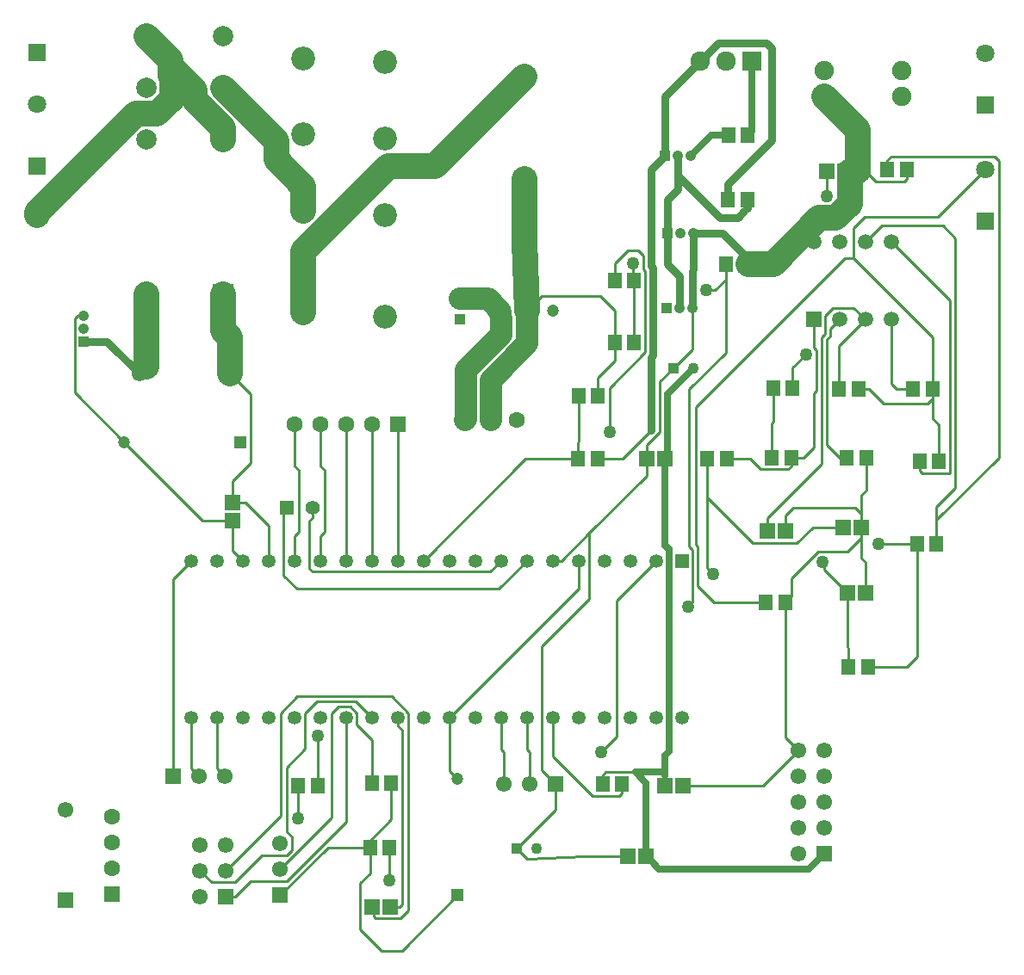
<source format=gbr>
%TF.GenerationSoftware,Altium Limited,Altium Designer,23.0.1 (38)*%
G04 Layer_Physical_Order=1*
G04 Layer_Color=255*
%FSLAX26Y26*%
%MOIN*%
%TF.SameCoordinates,CFC2B011-0ACB-40EE-8827-5318C0CA6053*%
%TF.FilePolarity,Positive*%
%TF.FileFunction,Copper,L1,Top,Signal*%
%TF.Part,Single*%
G01*
G75*
%TA.AperFunction,SMDPad,CuDef*%
%ADD10R,0.055118X0.061024*%
%ADD11R,0.059238X0.061268*%
%ADD12R,0.061268X0.059238*%
%TA.AperFunction,Conductor*%
%ADD13C,0.100000*%
%ADD14C,0.010000*%
%ADD15C,0.085000*%
%ADD16C,0.025000*%
%ADD17C,0.030000*%
%ADD18C,0.050000*%
%TA.AperFunction,ComponentPad*%
%ADD19C,0.070866*%
%ADD20R,0.070866X0.070866*%
%ADD21C,0.059055*%
%ADD22R,0.059055X0.059055*%
%ADD23R,0.043307X0.043307*%
%ADD24C,0.043307*%
%ADD25C,0.070000*%
%ADD26R,0.070000X0.070000*%
%ADD27R,0.075591X0.075591*%
%ADD28C,0.075591*%
%ADD29C,0.075000*%
%ADD30R,0.041339X0.041339*%
%ADD31C,0.041339*%
%ADD32R,0.043307X0.043307*%
%ADD33C,0.055118*%
%ADD34R,0.055118X0.055118*%
%ADD35R,0.061024X0.061024*%
%ADD36C,0.061024*%
%ADD37R,0.041339X0.041339*%
%ADD38C,0.062992*%
%ADD39R,0.061024X0.061024*%
%ADD40R,0.078740X0.078740*%
%ADD41C,0.078740*%
%ADD42C,0.047244*%
%ADD43R,0.047244X0.047244*%
%ADD44R,0.047244X0.047244*%
%ADD45R,0.053150X0.053150*%
%ADD46C,0.053150*%
%ADD47R,0.062992X0.062992*%
%ADD48C,0.092126*%
%ADD49R,0.062992X0.062992*%
%TA.AperFunction,ViaPad*%
%ADD50C,0.050000*%
D10*
X4042598Y5660000D02*
D03*
X4117402D02*
D03*
X4327598Y5390000D02*
D03*
X4402402D02*
D03*
X3787598Y5385000D02*
D03*
X3862402D02*
D03*
X4297598Y5655000D02*
D03*
X4372402D02*
D03*
X4037598Y5390000D02*
D03*
X4112402D02*
D03*
X4015196Y4830000D02*
D03*
X4090000D02*
D03*
X4485196Y6505000D02*
D03*
X4560000D02*
D03*
X4335000Y4580000D02*
D03*
X4409804D02*
D03*
X4610196Y5375000D02*
D03*
X4685000D02*
D03*
X4585000Y5655000D02*
D03*
X4659804D02*
D03*
X4600000Y5055000D02*
D03*
X4674804D02*
D03*
X3860000Y6140000D02*
D03*
X3934804D02*
D03*
X3870000Y6640000D02*
D03*
X3944804D02*
D03*
X3867598Y6390000D02*
D03*
X3942402D02*
D03*
X3382598Y4125000D02*
D03*
X3457402D02*
D03*
X2482598Y3880000D02*
D03*
X2557402D02*
D03*
X2205000Y4120000D02*
D03*
X2279804D02*
D03*
X2490196Y4130000D02*
D03*
X2565000D02*
D03*
X3430196Y5835000D02*
D03*
X3505000D02*
D03*
X3430000Y6075000D02*
D03*
X3504804D02*
D03*
X3290000Y5630000D02*
D03*
X3364804D02*
D03*
X3287598Y5385000D02*
D03*
X3362402D02*
D03*
D11*
X4329536Y4865000D02*
D03*
X4400464D02*
D03*
X4019072Y5105000D02*
D03*
X4090000D02*
D03*
X4314536Y5120000D02*
D03*
X4385464D02*
D03*
X4249536Y6500000D02*
D03*
X4320464D02*
D03*
X3554536Y5385000D02*
D03*
X3625464D02*
D03*
X2489072Y3650000D02*
D03*
X2560000D02*
D03*
X3550928Y3845000D02*
D03*
X3480000D02*
D03*
X3624536Y4120000D02*
D03*
X3695464D02*
D03*
D12*
X1950000Y5215464D02*
D03*
Y5144536D02*
D03*
D13*
X4339155Y6371411D02*
Y6500000D01*
X4370077D02*
Y6659923D01*
X4240000Y6790000D02*
X4370077Y6659923D01*
X3947559Y6140000D02*
X4045000D01*
X4222000Y6317000D01*
X4284744D02*
X4339155Y6371411D01*
X4222000Y6317000D02*
X4284744D01*
X2118937Y6546063D02*
Y6614567D01*
Y6546063D02*
X2225000Y6440000D01*
Y5951300D02*
Y6189437D01*
Y6345000D02*
Y6440000D01*
Y6189437D02*
X2554500Y6518937D01*
X2734937D02*
X3080000Y6864000D01*
X1912638Y6820866D02*
X2118937Y6614567D01*
X2554500Y6518937D02*
X2734937D01*
X1912638Y6620866D02*
Y6665303D01*
X1802638Y6775303D02*
X1912638Y6665303D01*
X1710000Y6905000D02*
X1802638Y6812362D01*
Y6775303D02*
Y6812362D01*
X1576202Y6720236D02*
X1657263D01*
X1195000Y6339034D02*
X1576202Y6720236D01*
X1195000Y6330000D02*
Y6339034D01*
X1710000Y6868758D02*
X1716732Y6862026D01*
X1657263Y6720236D02*
X1716732Y6779706D01*
Y6862026D01*
X1710000Y6868758D02*
Y6928228D01*
X1617362Y7020866D02*
X1710000Y6928228D01*
X3080000Y6225788D02*
Y6470000D01*
Y6225788D02*
X3090788Y5960000D01*
X1617362Y5742166D02*
Y6021654D01*
X1912638Y5881166D02*
Y6021654D01*
Y5881166D02*
X1939804Y5854000D01*
Y5715000D02*
Y5854000D01*
D14*
X4370077Y6500000D02*
X4401000D01*
X4339155D02*
X4370077D01*
X3547559Y5798275D02*
Y6111529D01*
X3540000Y6119088D02*
X3547559Y6111529D01*
X3409000Y5488000D02*
Y5659716D01*
X3500000Y6079804D02*
Y6143000D01*
X3554536Y5385000D02*
Y5438110D01*
X3605000Y5488574D02*
Y5683740D01*
X3459000Y5385000D02*
X3570000Y5496000D01*
X3500000Y6079804D02*
X3504804Y6075000D01*
X3540000Y6119088D02*
Y6173000D01*
X3520000Y6193000D02*
X3540000Y6173000D01*
X3554536Y5438110D02*
X3605000Y5488574D01*
X3409000Y5659716D02*
X3547559Y5798275D01*
X3944804Y6640000D02*
X3960000Y6655196D01*
X4090000Y4830000D02*
X4112559Y4852559D01*
X4234448Y4985552D02*
X4242101Y4977899D01*
Y4953450D02*
X4329536Y4866015D01*
X4112559Y4852559D02*
Y4920232D01*
X4217879Y5025552D02*
X4331016D01*
X4329536Y4727464D02*
Y4866015D01*
X4112559Y4920232D02*
X4217879Y5025552D01*
X4331016D02*
X4385464Y5080000D01*
X4242101Y4953450D02*
Y4977899D01*
X4229000Y5854472D02*
X4244528Y5870000D01*
X4210000Y5648637D02*
Y5806569D01*
X4249000Y5631069D02*
X4250000Y5632069D01*
X4249000Y5824137D02*
X4250000Y5823137D01*
X4200000Y5638637D02*
X4210000Y5648637D01*
X4230000Y5640353D02*
Y5814853D01*
X4249000Y5824137D02*
Y5844944D01*
X4229000Y5639353D02*
X4230000Y5640353D01*
X4249000Y5440000D02*
Y5631069D01*
X4200000Y5816569D02*
X4210000Y5806569D01*
X4229000Y5815853D02*
X4230000Y5814853D01*
X4117402Y5737402D02*
X4170000Y5790000D01*
X4200000Y5430000D02*
Y5638637D01*
X4229000Y5364000D02*
Y5639353D01*
X4117402Y5660000D02*
Y5737402D01*
X4200000Y5816569D02*
Y5925000D01*
X4250000Y5632069D02*
Y5823137D01*
X4019072Y5154072D02*
X4229000Y5364000D01*
Y5815853D02*
Y5854472D01*
X4160000Y5390000D02*
X4200000Y5430000D01*
X3393598Y4171000D02*
X3510000D01*
X4385464Y5170536D02*
Y5246000D01*
Y5000000D02*
Y5080000D01*
X3225000Y4990000D02*
X3332000Y5097000D01*
X3787598Y5235402D02*
Y5385000D01*
Y4962402D02*
Y5235402D01*
X4674804Y5146804D02*
Y5200000D01*
Y5055000D02*
Y5146804D01*
X2148000Y4933000D02*
Y5195000D01*
X4659804Y5620000D02*
Y5655000D01*
Y5540196D02*
Y5620000D01*
X4354000Y6161000D02*
X4659804Y5855196D01*
X4353000Y6162000D02*
X4354000Y6161000D01*
X3860000Y6080000D02*
Y6140000D01*
Y5796000D02*
Y6080000D01*
X1950000Y5215464D02*
X2000000D01*
X2090000Y5125464D01*
Y4990000D02*
Y5125464D01*
X1950000Y5215464D02*
Y5297000D01*
X2020000Y5367000D01*
Y5634804D01*
X1939804Y5715000D02*
X2020000Y5634804D01*
X2320000Y3880000D02*
X2482598D01*
X2135000Y3695000D02*
X2320000Y3880000D01*
X1950000Y5030000D02*
Y5144536D01*
Y5030000D02*
X1990000Y4990000D01*
X3730000Y5808740D02*
Y5970000D01*
X3656260Y5735000D02*
X3730000Y5808740D01*
X3315000Y3845000D02*
X3480000D01*
X3091000Y3834000D02*
X3315000Y3845000D01*
X3050000Y3875000D02*
X3091000Y3834000D01*
X3050000Y3875000D02*
X3200000Y4025000D01*
Y4125000D01*
X4385464Y5000000D02*
X4400464Y4985000D01*
Y4865000D02*
Y4985000D01*
X3332000Y5097000D02*
X3554536Y5319536D01*
X3332000Y4841000D02*
Y5097000D01*
X3148000Y4657000D02*
X3332000Y4841000D01*
X3148000Y4177000D02*
Y4657000D01*
Y4177000D02*
X3200000Y4125000D01*
X4090000Y4305000D02*
Y4830000D01*
Y4305000D02*
X4140000Y4255000D01*
X4329536Y4727464D02*
X4335000Y4580000D01*
X1925000Y3790000D02*
X2137000Y4002000D01*
Y4400000D01*
X2202000Y4465000D01*
X2567000D01*
X2632000Y4400000D01*
Y3636000D02*
Y4400000D01*
X2600000Y3604000D02*
X2632000Y3636000D01*
X2500000Y3604000D02*
X2600000D01*
X2489072Y3650000D02*
X2500000Y3604000D01*
X1590196Y5715000D02*
X1617362Y5742166D01*
X2690000Y4990000D02*
X3085000Y5385000D01*
X3287598D01*
X3290000Y5510402D02*
Y5630000D01*
X3287598Y5385000D02*
X3290000Y5510402D01*
X4450000Y5055000D02*
X4600000D01*
X2279804Y4120000D02*
Y4313000D01*
X2135000Y3795000D02*
X2335000Y3995000D01*
Y4400000D01*
X2360000Y4425000D01*
X2407000D01*
X2432000Y4400000D01*
Y4354000D02*
Y4400000D01*
Y4354000D02*
X2490196Y4295804D01*
Y4130000D02*
Y4295804D01*
X2790000Y4175826D02*
Y4382500D01*
Y4175826D02*
X2820000Y4145826D01*
X2290000Y4990000D02*
Y5084000D01*
X2307000Y5101000D01*
Y5340000D01*
X2290000Y5357000D02*
X2307000Y5340000D01*
X2290000Y5357000D02*
Y5520000D01*
X2190000Y4990000D02*
Y5084000D01*
X2207000Y5101000D01*
Y5340000D01*
X2190000Y5357000D02*
X2207000Y5340000D01*
X2190000Y5357000D02*
Y5520000D01*
X3430000Y6075000D02*
Y6143000D01*
X3480000Y6193000D01*
X3520000D01*
X1720000Y4155000D02*
Y4920000D01*
X1790000Y4990000D01*
Y4185000D02*
Y4382500D01*
Y4185000D02*
X1820000Y4155000D01*
X1890000Y4185000D02*
Y4382500D01*
Y4185000D02*
X1920000Y4155000D01*
X2390000Y3979000D02*
Y4382500D01*
X2160000Y3749000D02*
X2390000Y3979000D01*
X2019512Y3749000D02*
X2160000D01*
X1960512Y3690000D02*
X2019512Y3749000D01*
X1925000Y3690000D02*
X1960512D01*
X3457402Y4090000D02*
Y4125000D01*
X3445804Y4078402D02*
X3457402Y4090000D01*
X3344196Y4078402D02*
X3445804D01*
X3190000Y4232598D02*
X3344196Y4078402D01*
X3190000Y4232598D02*
Y4382500D01*
X2557402Y3753000D02*
Y3880000D01*
X4682000Y6322000D02*
X4865000Y6505000D01*
X4396000Y6322000D02*
X4682000D01*
X4354000Y6280000D02*
X4396000Y6322000D01*
X4354000Y6161000D02*
Y6280000D01*
X4659804Y5655000D02*
Y5855196D01*
Y5540196D02*
X4685000Y5515000D01*
Y5375000D02*
Y5515000D01*
X3504804Y5955196D02*
Y6075000D01*
Y5955196D02*
X3505000Y5835000D01*
X2205000Y3992000D02*
Y4120000D01*
X3713000Y4812000D02*
X3731576Y4830576D01*
Y5032000D01*
X3718000Y5045576D02*
X3731576Y5032000D01*
X3718000Y5045576D02*
Y5654000D01*
X3860000Y5796000D01*
X3817000Y6037000D02*
X3860000Y6080000D01*
X3784000Y6037000D02*
X3817000D01*
X3814538Y4830000D02*
X4015196D01*
X3751576Y4892962D02*
X3814538Y4830000D01*
X3751576Y4892962D02*
Y5045038D01*
X3745038Y5051576D02*
X3751576Y5045038D01*
X3745038Y5051576D02*
Y5586038D01*
X4321000Y6162000D01*
X4353000D01*
X3787598Y4962402D02*
X3812000Y4938000D01*
X2605826Y3480000D02*
X2820000Y3694174D01*
X2525826Y3480000D02*
X2605826D01*
X2444000Y3561826D02*
X2525826Y3480000D01*
X2444000Y3561826D02*
Y3740402D01*
X2482598Y3779000D01*
Y3880000D01*
X3376000Y4249000D02*
X3436000Y4309000D01*
Y4836000D01*
X3590000Y4990000D01*
X2427500Y4445000D02*
X2490000Y4382500D01*
X2277000Y4445000D02*
X2427500D01*
X2232000Y4400000D02*
X2277000Y4445000D01*
X2232000Y4261000D02*
Y4400000D01*
X2159000Y4188000D02*
X2232000Y4261000D01*
X2159000Y3940512D02*
Y4188000D01*
Y3940512D02*
X2180512Y3919000D01*
Y3870000D02*
Y3919000D01*
X2160000Y3849488D02*
X2180512Y3870000D01*
X2065488Y3849488D02*
X2160000D01*
X1960000Y3744000D02*
X2065488Y3849488D01*
X1871000Y3744000D02*
X1960000D01*
X1825000Y3790000D02*
X1871000Y3744000D01*
X2260000Y5156000D02*
Y5195000D01*
X2248000Y5144000D02*
X2260000Y5156000D01*
X2248000Y4960000D02*
Y5144000D01*
Y4960000D02*
X2260000Y4948000D01*
X2948000D01*
X2990000Y4990000D01*
X2148000Y5195000D02*
X2160000D01*
X2148000Y4933000D02*
X2200000Y4881000D01*
X2981000D01*
X3090000Y4990000D01*
X2590000Y4351000D02*
Y4382500D01*
Y4351000D02*
X2608000Y4333000D01*
Y3660000D02*
Y4333000D01*
X2598000Y3650000D02*
X2608000Y3660000D01*
X2560000Y3650000D02*
X2598000D01*
X4249536Y6402000D02*
Y6500000D01*
X4610196Y5340000D02*
Y5375000D01*
Y5340000D02*
X4621196Y5329000D01*
X4728000D01*
Y5997000D01*
X4500000Y6225000D02*
X4728000Y5997000D01*
X4400000Y6225000D02*
X4464000Y6289000D01*
X4699000D01*
X4748000Y6240000D01*
Y5273196D02*
Y6240000D01*
X4674804Y5200000D02*
X4748000Y5273196D01*
X2790000Y4382500D02*
X3290000Y4882500D01*
Y4990000D01*
X3605000Y5683740D02*
X3656260Y5735000D01*
X3382598Y4125000D02*
Y4160000D01*
X4019072Y5105000D02*
Y5154072D01*
X4244528Y5870000D02*
Y5940000D01*
X4274528Y5970000D01*
X4355000D01*
X4400000Y5925000D01*
X4090000Y5105000D02*
Y5166000D01*
X4120000Y5196000D01*
X4360000D01*
X4385464Y5170536D01*
Y5120000D02*
Y5170536D01*
Y5080000D02*
Y5120000D01*
X3787598Y5235402D02*
X3964000Y5059000D01*
X4135000D01*
X4196000Y5120000D01*
X4314536D01*
X4112402Y5390000D02*
X4160000D01*
X4485196Y6505000D02*
Y6541196D01*
X4500000Y6556000D01*
X4900000D01*
X4916000Y6540000D01*
Y5388000D02*
Y6540000D01*
X4674804Y5146804D02*
X4916000Y5388000D01*
X4264528Y5889528D02*
X4300000Y5925000D01*
X4264528Y5860472D02*
Y5889528D01*
X4249000Y5844944D02*
X4264528Y5860472D01*
X4249000Y5440000D02*
X4299000Y5390000D01*
X4327598D01*
X3090788Y5960000D02*
X3145788Y6015000D01*
X3375196D01*
X3430196Y5960000D01*
Y5835000D02*
Y5960000D01*
X4639804Y5600000D02*
X4659804Y5620000D01*
X4470000Y5600000D02*
X4639804D01*
X4415000Y5655000D02*
X4470000Y5600000D01*
X4372402Y5655000D02*
X4415000D01*
X3362402Y5385000D02*
X3459000D01*
X3190000Y4990000D02*
X3225000D01*
X3554536Y5319536D02*
Y5385000D01*
X1529174Y5450000D02*
X1834638Y5144536D01*
X1950000D01*
X3930000Y6344000D02*
X3942402Y6356402D01*
X4600000Y4620000D02*
Y5055000D01*
X4560000Y4580000D02*
X4600000Y4620000D01*
X4409804Y4580000D02*
X4560000D01*
X4297598Y5655000D02*
Y5822598D01*
X4400000Y5925000D01*
X2482598Y3880000D02*
Y3906598D01*
X2565000Y3989000D01*
Y4130000D01*
X4500000Y5675000D02*
Y5925000D01*
Y5675000D02*
X4520000Y5655000D01*
X4585000D01*
X1339000Y5640174D02*
X1529174Y5450000D01*
X1339000Y5640174D02*
Y5930000D01*
X1349000Y5940000D01*
X1375000D01*
X3695464Y4120000D02*
X4005000D01*
X4140000Y4255000D01*
X4560000Y6469000D02*
Y6505000D01*
X4550000Y6459000D02*
X4560000Y6469000D01*
X4442000Y6459000D02*
X4550000D01*
X4401000Y6500000D02*
X4442000Y6459000D01*
X3382598Y4160000D02*
X3393598Y4171000D01*
X3613536D02*
X3624536Y4160000D01*
Y4120000D02*
Y4160000D01*
X4112402Y5356402D02*
Y5390000D01*
X4100000Y5344000D02*
X4112402Y5356402D01*
X3995000Y5344000D02*
X4100000D01*
X3954000Y5385000D02*
X3995000Y5344000D01*
X3862402Y5385000D02*
X3954000D01*
X3430196Y5764392D02*
Y5835000D01*
X3364804Y5699000D02*
X3430196Y5764392D01*
X3364804Y5630000D02*
Y5699000D01*
X4402402Y5262938D02*
Y5390000D01*
X4385464Y5246000D02*
X4402402Y5262938D01*
X2590000Y4990000D02*
Y5520000D01*
X2490000Y4990000D02*
Y5520000D01*
X2390000Y4990000D02*
Y5520000D01*
X2990000Y4258000D02*
Y4382500D01*
Y4258000D02*
X3000000Y4248000D01*
Y4125000D02*
Y4248000D01*
X3090000Y4258000D02*
Y4382500D01*
Y4258000D02*
X3100000Y4248000D01*
Y4125000D02*
Y4248000D01*
X4042598Y5527000D02*
Y5660000D01*
X4037598Y5522000D02*
X4042598Y5527000D01*
X4037598Y5390000D02*
Y5522000D01*
D15*
X3090788Y5830138D02*
Y5960000D01*
X2991422Y5865123D02*
Y5914409D01*
X2830000Y6003740D02*
X2940016D01*
X2855000Y5728700D02*
X2991422Y5865123D01*
X2989996Y5915835D02*
X2991422Y5914409D01*
X2940016Y6003740D02*
X2988392Y5955364D01*
X2989996Y5915835D01*
X2855000Y5540000D02*
Y5728700D01*
X2850000Y5535000D02*
X2855000Y5540000D01*
X2950000Y5536574D02*
Y5689350D01*
X3090788Y5830138D01*
D16*
X3550928Y3845000D02*
Y4130072D01*
Y3843985D02*
Y3845000D01*
X3568047Y3826866D02*
X3569062D01*
X4180000Y3795000D02*
X4240000Y3855000D01*
X3600928Y3795000D02*
X4180000D01*
X3569062Y3826866D02*
X3600928Y3795000D01*
X3550928Y3843985D02*
X3568047Y3826866D01*
X3635000Y5635000D02*
X3735000Y5735000D01*
X3625464Y5385000D02*
X3635000Y5394536D01*
Y5635000D01*
X3960000Y6655196D02*
Y6925000D01*
X3624536Y4160000D02*
Y4236000D01*
X3510000Y4171000D02*
X3613536D01*
X3510000D02*
X3550928Y4130072D01*
X3725000Y6560000D02*
X3805000Y6640000D01*
X3870000D01*
X3624536Y4236000D02*
X3640000Y4251464D01*
Y5035000D01*
X3625464Y5049536D02*
X3640000Y5035000D01*
X3625464Y5049536D02*
Y5385000D01*
D17*
X1375000Y5840000D02*
X1465196D01*
X1590196Y5715000D01*
X3867598Y6448598D02*
X4036000Y6617000D01*
X3829000Y6994000D02*
X4018426D01*
X4036000Y6976426D01*
Y6617000D02*
Y6976426D01*
X3675000Y6483000D02*
X3838000Y6320000D01*
X3906000D02*
X3930000Y6344000D01*
X3838000Y6320000D02*
X3906000D01*
X3570000Y5496000D02*
Y5778289D01*
Y6131515D02*
Y6505000D01*
X3625000Y6560000D01*
X3577559Y5785849D02*
Y6123955D01*
X3570000Y5778289D02*
X3577559Y5785849D01*
X3570000Y6131515D02*
X3577559Y6123955D01*
X3675000Y6483000D02*
Y6560000D01*
Y6430000D02*
Y6483000D01*
X3846000Y6260000D02*
X3934804Y6171196D01*
X3735000Y6260000D02*
X3846000D01*
X3760000Y6925000D02*
X3829000Y6994000D01*
X3867598Y6390000D02*
Y6448598D01*
X3942402Y6356402D02*
Y6390000D01*
X3625000Y6560000D02*
Y6790000D01*
X3760000Y6925000D01*
X3735000Y6117000D02*
Y6260000D01*
X3730000Y6112000D02*
X3735000Y6117000D01*
X3730000Y5970000D02*
Y6112000D01*
X3635000Y6390000D02*
X3675000Y6430000D01*
X3635000Y6260000D02*
Y6390000D01*
Y6137000D02*
Y6260000D01*
Y6137000D02*
X3680000Y6092000D01*
Y5970000D02*
Y6092000D01*
D18*
X2948426Y5535000D02*
X2950000Y5536574D01*
D19*
X4865000Y6955000D02*
D03*
Y6505000D02*
D03*
X1195000Y6320000D02*
D03*
Y6760000D02*
D03*
D20*
X4865000Y6755000D02*
D03*
Y6305000D02*
D03*
X1195000Y6520000D02*
D03*
Y6960000D02*
D03*
D21*
X4500000Y6225000D02*
D03*
X4400000D02*
D03*
X4300000D02*
D03*
X4200000D02*
D03*
X4500000Y5925000D02*
D03*
X4400000D02*
D03*
X4300000D02*
D03*
D22*
X4200000D02*
D03*
D23*
X3656260Y5735000D02*
D03*
X3050000Y3875000D02*
D03*
D24*
X3735000Y5735000D02*
D03*
X3128740Y3875000D02*
D03*
X2830000Y6003740D02*
D03*
D25*
X3080000Y6864000D02*
D03*
D26*
Y6470000D02*
D03*
D27*
X3960000Y6925000D02*
D03*
D28*
X3860000D02*
D03*
X3760000D02*
D03*
D29*
X4540000Y6890000D02*
D03*
Y6790000D02*
D03*
X4240000D02*
D03*
Y6890000D02*
D03*
D30*
X3630000Y5970000D02*
D03*
X3635000Y6260000D02*
D03*
X3625000Y6560000D02*
D03*
D31*
X3680000Y5970000D02*
D03*
X3730000D02*
D03*
X3685000Y6260000D02*
D03*
X3735000D02*
D03*
X3675000Y6560000D02*
D03*
X3725000D02*
D03*
X1375000Y5890000D02*
D03*
Y5940000D02*
D03*
D32*
X2830000Y5925000D02*
D03*
D33*
X2260000Y5195000D02*
D03*
D34*
X2160000D02*
D03*
D35*
X4240000Y3855000D02*
D03*
X1925000Y3690000D02*
D03*
X2135000Y3695000D02*
D03*
X1305000Y3675196D02*
D03*
D36*
X4240000Y3955000D02*
D03*
Y4055000D02*
D03*
Y4155000D02*
D03*
Y4255000D02*
D03*
X4140000Y3855000D02*
D03*
Y3955000D02*
D03*
Y4055000D02*
D03*
Y4155000D02*
D03*
Y4255000D02*
D03*
X1825000Y3890000D02*
D03*
Y3790000D02*
D03*
X1925000Y3890000D02*
D03*
Y3790000D02*
D03*
X1825000Y3690000D02*
D03*
X3000000Y4125000D02*
D03*
X3100000D02*
D03*
X2135000Y3895000D02*
D03*
Y3795000D02*
D03*
X1920000Y4155000D02*
D03*
X1820000D02*
D03*
X1305000Y4024804D02*
D03*
X1590196Y5715000D02*
D03*
D37*
X1375000Y5840000D02*
D03*
D38*
X3050788Y5535000D02*
D03*
X2850000D02*
D03*
X2948426D02*
D03*
X1485000Y4000000D02*
D03*
Y3900000D02*
D03*
Y3800000D02*
D03*
X2390000Y5520000D02*
D03*
X2490000D02*
D03*
X2290000D02*
D03*
X2190000D02*
D03*
D39*
X3200000Y4125000D02*
D03*
X1720000Y4155000D02*
D03*
X1939804Y5715000D02*
D03*
D40*
X1912638Y6021654D02*
D03*
D41*
X1617362D02*
D03*
X1912638Y6820866D02*
D03*
Y6620866D02*
D03*
Y7020866D02*
D03*
X1617362D02*
D03*
Y6820866D02*
D03*
Y6620866D02*
D03*
D42*
X3189212Y5960000D02*
D03*
X2820000Y4145826D02*
D03*
X1529174Y5450000D02*
D03*
D43*
X3090788Y5960000D02*
D03*
X1980826Y5450000D02*
D03*
D44*
X2820000Y3694174D02*
D03*
D45*
X3690000Y4990000D02*
D03*
D46*
X3590000D02*
D03*
X3490000D02*
D03*
X3390000D02*
D03*
X3290000D02*
D03*
X3190000D02*
D03*
X3090000D02*
D03*
X2990000D02*
D03*
X2890000D02*
D03*
X2790000D02*
D03*
X2690000D02*
D03*
X2590000D02*
D03*
X2490000D02*
D03*
X2390000D02*
D03*
X2290000D02*
D03*
X2190000D02*
D03*
X2090000D02*
D03*
X1990000D02*
D03*
X1890000D02*
D03*
X1790000D02*
D03*
Y4382500D02*
D03*
X1890000D02*
D03*
X1990000D02*
D03*
X2090000D02*
D03*
X2190000D02*
D03*
X2290000D02*
D03*
X2390000D02*
D03*
X2490000D02*
D03*
X2590000D02*
D03*
X2690000D02*
D03*
X2790000D02*
D03*
X2890000D02*
D03*
X2990000D02*
D03*
X3090000D02*
D03*
X3190000D02*
D03*
X3290000D02*
D03*
X3390000D02*
D03*
X3490000D02*
D03*
X3590000D02*
D03*
X3690000D02*
D03*
D47*
X1485000Y3700000D02*
D03*
D48*
X2540000Y6920276D02*
D03*
Y6625000D02*
D03*
Y6329724D02*
D03*
Y5936024D02*
D03*
X2225000Y6935552D02*
D03*
Y6640276D02*
D03*
Y6345000D02*
D03*
Y5951300D02*
D03*
D49*
X2590000Y5520000D02*
D03*
D50*
X3500000Y6143000D02*
D03*
X4234448Y4985552D02*
D03*
X4170000Y5790000D02*
D03*
X4450000Y5055000D02*
D03*
X2279804Y4313000D02*
D03*
X3409000Y5488000D02*
D03*
X2557402Y3753000D02*
D03*
X2205000Y3992000D02*
D03*
X3713000Y4812000D02*
D03*
X3784000Y6037000D02*
D03*
X3812000Y4938000D02*
D03*
X3376000Y4249000D02*
D03*
X4249536Y6402000D02*
D03*
%TF.MD5,af27c2f9cd07e5c58f55e6d88e3137c7*%
M02*

</source>
